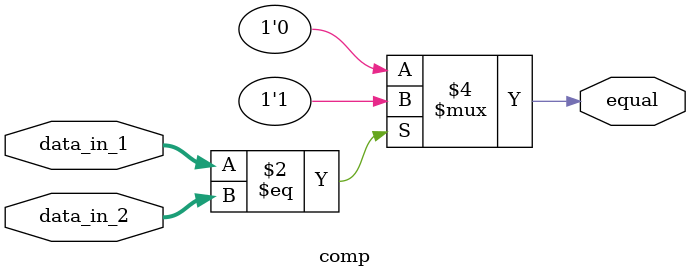
<source format=v>
module comp(equal, data_in_1, data_in_2);

    parameter size=32;

    input [size-1:0] data_in_1, data_in_2;
    output equal;

    reg equal;

    always @(data_in_1 or data_in_2) begin
        if (data_in_1==data_in_2) equal=1;
        else equal=0;
    end

endmodule
</source>
